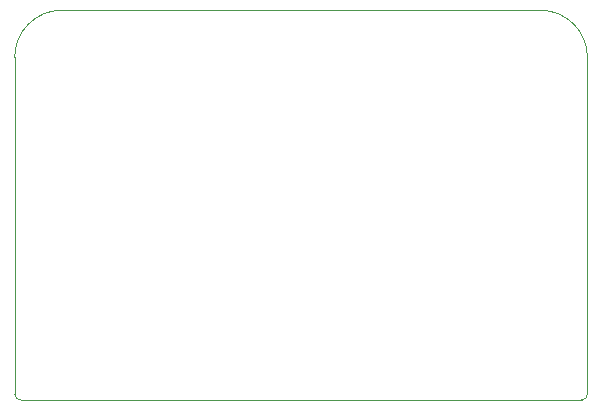
<source format=gbr>
%TF.GenerationSoftware,KiCad,Pcbnew,8.0.5*%
%TF.CreationDate,2024-10-04T20:46:01-04:00*%
%TF.ProjectId,memory card,6d656d6f-7279-4206-9361-72642e6b6963,V2*%
%TF.SameCoordinates,Original*%
%TF.FileFunction,Profile,NP*%
%FSLAX46Y46*%
G04 Gerber Fmt 4.6, Leading zero omitted, Abs format (unit mm)*
G04 Created by KiCad (PCBNEW 8.0.5) date 2024-10-04 20:46:01*
%MOMM*%
%LPD*%
G01*
G04 APERTURE LIST*
%TA.AperFunction,Profile*%
%ADD10C,0.050000*%
%TD*%
G04 APERTURE END LIST*
D10*
X182053189Y-119560000D02*
G75*
G02*
X181553189Y-120059989I-499989J0D01*
G01*
X182053189Y-119560000D02*
X182053189Y-91060000D01*
X137553189Y-87060000D02*
X178053189Y-87060000D01*
X178053189Y-87060000D02*
G75*
G02*
X182053200Y-91060000I11J-4000000D01*
G01*
X133553189Y-119560000D02*
X133553189Y-91060000D01*
X134053189Y-120060000D02*
G75*
G02*
X133553200Y-119560000I11J500000D01*
G01*
X133553189Y-91060000D02*
G75*
G02*
X137553189Y-87059989I4000011J0D01*
G01*
X134053189Y-120060000D02*
X181553189Y-120060000D01*
M02*

</source>
